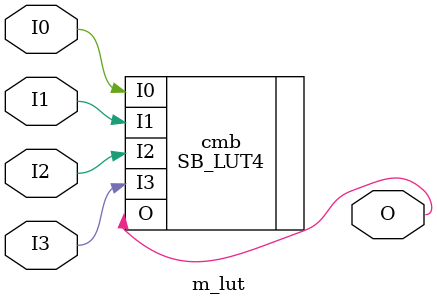
<source format=v>
module m_lut
  # ( parameter v=16'h0 )
   (
    input  I0,I1,I2,I3,
    output O
    );
   SB_LUT4 #(.LUT_INIT(v)) cmb( .O(O), .I3(I3), .I2(I2), .I1(I1), .I0(I0) );
   
endmodule

</source>
